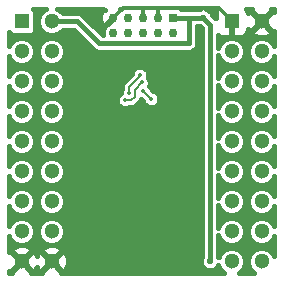
<source format=gbl>
G04 #@! TF.GenerationSoftware,KiCad,Pcbnew,5.0.1-33cea8e~68~ubuntu18.04.1*
G04 #@! TF.CreationDate,2018-11-21T22:32:26+01:00*
G04 #@! TF.ProjectId,LPC82X_JHI33_2layer,4C50433832585F4A484933335F326C61,rev?*
G04 #@! TF.SameCoordinates,Original*
G04 #@! TF.FileFunction,Copper,L2,Bot,Signal*
G04 #@! TF.FilePolarity,Positive*
%FSLAX46Y46*%
G04 Gerber Fmt 4.6, Leading zero omitted, Abs format (unit mm)*
G04 Created by KiCad (PCBNEW 5.0.1-33cea8e~68~ubuntu18.04.1) date wo 21 nov 2018 22:32:26 CET*
%MOMM*%
%LPD*%
G01*
G04 APERTURE LIST*
G04 #@! TA.AperFunction,ComponentPad*
%ADD10R,1.300000X1.300000*%
G04 #@! TD*
G04 #@! TA.AperFunction,ComponentPad*
%ADD11C,1.300000*%
G04 #@! TD*
G04 #@! TA.AperFunction,ComponentPad*
%ADD12R,0.750000X0.750000*%
G04 #@! TD*
G04 #@! TA.AperFunction,ComponentPad*
%ADD13C,0.750000*%
G04 #@! TD*
G04 #@! TA.AperFunction,ViaPad*
%ADD14C,0.550000*%
G04 #@! TD*
G04 #@! TA.AperFunction,ViaPad*
%ADD15C,0.355600*%
G04 #@! TD*
G04 #@! TA.AperFunction,ViaPad*
%ADD16C,0.750000*%
G04 #@! TD*
G04 #@! TA.AperFunction,Conductor*
%ADD17C,0.300000*%
G04 #@! TD*
G04 #@! TA.AperFunction,Conductor*
%ADD18C,0.400000*%
G04 #@! TD*
G04 #@! TA.AperFunction,Conductor*
%ADD19C,0.200000*%
G04 #@! TD*
G04 APERTURE END LIST*
D10*
G04 #@! TO.P,J1,1*
G04 #@! TO.N,VDD*
X78740000Y-96520000D03*
D11*
G04 #@! TO.P,J1,2*
X81280000Y-96520000D03*
G04 #@! TO.P,J1,3*
G04 #@! TO.N,/PIO0_28*
X78740000Y-99060000D03*
G04 #@! TO.P,J1,4*
G04 #@! TO.N,/PIO0_3*
X81280000Y-99060000D03*
G04 #@! TO.P,J1,5*
G04 #@! TO.N,/PIO0_2*
X78740000Y-101600000D03*
G04 #@! TO.P,J1,6*
G04 #@! TO.N,/PIO0_11*
X81280000Y-101600000D03*
G04 #@! TO.P,J1,7*
G04 #@! TO.N,/PIO0_10*
X78740000Y-104140000D03*
G04 #@! TO.P,J1,8*
G04 #@! TO.N,/PIO0_16*
X81280000Y-104140000D03*
G04 #@! TO.P,J1,9*
G04 #@! TO.N,/PIO0_27*
X78740000Y-106680000D03*
G04 #@! TO.P,J1,10*
G04 #@! TO.N,/PIO0_26*
X81280000Y-106680000D03*
G04 #@! TO.P,J1,11*
G04 #@! TO.N,/PIO0_25*
X78740000Y-109220000D03*
G04 #@! TO.P,J1,12*
G04 #@! TO.N,/PIO0_24*
X81280000Y-109220000D03*
G04 #@! TO.P,J1,13*
G04 #@! TO.N,/PIO0_15*
X78740000Y-111760000D03*
G04 #@! TO.P,J1,14*
G04 #@! TO.N,/PIO0_1*
X81280000Y-111760000D03*
G04 #@! TO.P,J1,15*
G04 #@! TO.N,/PIO0_9*
X78740000Y-114300000D03*
G04 #@! TO.P,J1,16*
G04 #@! TO.N,/PIO0_8*
X81280000Y-114300000D03*
G04 #@! TO.P,J1,17*
G04 #@! TO.N,VSS*
X78740000Y-116840000D03*
G04 #@! TO.P,J1,18*
X81280000Y-116840000D03*
G04 #@! TD*
G04 #@! TO.P,J2,18*
G04 #@! TO.N,VDD*
X99060000Y-116840000D03*
G04 #@! TO.P,J2,17*
X96520000Y-116840000D03*
G04 #@! TO.P,J2,16*
G04 #@! TO.N,/PIO0_7*
X99060000Y-114300000D03*
G04 #@! TO.P,J2,15*
G04 #@! TO.N,/PIO0_6*
X96520000Y-114300000D03*
G04 #@! TO.P,J2,14*
G04 #@! TO.N,/PIO0_0*
X99060000Y-111760000D03*
G04 #@! TO.P,J2,13*
G04 #@! TO.N,/PIO0_14*
X96520000Y-111760000D03*
G04 #@! TO.P,J2,12*
G04 #@! TO.N,/PIO0_23*
X99060000Y-109220000D03*
G04 #@! TO.P,J2,11*
G04 #@! TO.N,/PIO0_22*
X96520000Y-109220000D03*
G04 #@! TO.P,J2,10*
G04 #@! TO.N,/PIO0_21*
X99060000Y-106680000D03*
G04 #@! TO.P,J2,9*
G04 #@! TO.N,/PIO0_20*
X96520000Y-106680000D03*
G04 #@! TO.P,J2,8*
G04 #@! TO.N,/PIO0_19*
X99060000Y-104140000D03*
G04 #@! TO.P,J2,7*
G04 #@! TO.N,/PIO0_18*
X96520000Y-104140000D03*
G04 #@! TO.P,J2,6*
G04 #@! TO.N,/PIO0_17*
X99060000Y-101600000D03*
G04 #@! TO.P,J2,5*
G04 #@! TO.N,/PIO0_13*
X96520000Y-101600000D03*
G04 #@! TO.P,J2,4*
G04 #@! TO.N,/PIO0_12*
X99060000Y-99060000D03*
G04 #@! TO.P,J2,3*
G04 #@! TO.N,/PIO0_4*
X96520000Y-99060000D03*
G04 #@! TO.P,J2,2*
G04 #@! TO.N,VSS*
X99060000Y-96520000D03*
D10*
G04 #@! TO.P,J2,1*
X96520000Y-96520000D03*
G04 #@! TD*
D12*
G04 #@! TO.P,J3,1*
G04 #@! TO.N,VDD*
X91540000Y-96215000D03*
D13*
G04 #@! TO.P,J3,2*
G04 #@! TO.N,Net-(J3-Pad2)*
X91540000Y-97485000D03*
G04 #@! TO.P,J3,3*
G04 #@! TO.N,VSS*
X90270000Y-96215000D03*
G04 #@! TO.P,J3,4*
G04 #@! TO.N,Net-(J3-Pad4)*
X90270000Y-97485000D03*
G04 #@! TO.P,J3,5*
G04 #@! TO.N,VSS*
X89000000Y-96215000D03*
G04 #@! TO.P,J3,6*
G04 #@! TO.N,N/C*
X89000000Y-97485000D03*
G04 #@! TO.P,J3,7*
X87730000Y-96215000D03*
G04 #@! TO.P,J3,8*
X87730000Y-97485000D03*
G04 #@! TO.P,J3,9*
G04 #@! TO.N,VSS*
X86460000Y-96215000D03*
G04 #@! TO.P,J3,10*
G04 #@! TO.N,Net-(J3-Pad10)*
X86460000Y-97485000D03*
G04 #@! TD*
D14*
G04 #@! TO.N,VSS*
X83800000Y-98200000D03*
D15*
X90500000Y-99850000D03*
D16*
X88900000Y-106680000D03*
D14*
X89800000Y-116100000D03*
D15*
X84900000Y-112700000D03*
D14*
X93700000Y-100400000D03*
X84700000Y-96500000D03*
X88450000Y-110550000D03*
D15*
G04 #@! TO.N,VDD*
X85900000Y-98400000D03*
X92900000Y-98400000D03*
D14*
X94700000Y-116800000D03*
X94115000Y-96215000D03*
D15*
G04 #@! TO.N,/PIO0_3*
X87800000Y-102600000D03*
X88750000Y-101050000D03*
G04 #@! TO.N,/PIO0_2*
X87500000Y-103200000D03*
X88900000Y-101700000D03*
G04 #@! TO.N,/RESET*
X89700000Y-103100000D03*
X89000000Y-102400000D03*
G04 #@! TD*
D17*
G04 #@! TO.N,VSS*
X86460000Y-96215000D02*
X86460000Y-96090000D01*
X87275000Y-95400000D02*
X86460000Y-96215000D01*
X89000000Y-96215000D02*
X89000000Y-95400000D01*
X89000000Y-95400000D02*
X87275000Y-95400000D01*
X90270000Y-95420000D02*
X90250000Y-95400000D01*
X90270000Y-96215000D02*
X90270000Y-95420000D01*
X90250000Y-95400000D02*
X89000000Y-95400000D01*
X93620000Y-95420000D02*
X90270000Y-95420000D01*
X95420000Y-95420000D02*
X93620000Y-95420000D01*
X96520000Y-96520000D02*
X95420000Y-95420000D01*
D18*
G04 #@! TO.N,VDD*
X92900000Y-98400000D02*
X92900000Y-96850000D01*
X85300000Y-98400000D02*
X92900000Y-98400000D01*
X81280000Y-96520000D02*
X83420000Y-96520000D01*
X92265000Y-96215000D02*
X91540000Y-96215000D01*
X83420000Y-96520000D02*
X85300000Y-98400000D01*
X94700000Y-96800000D02*
X94700000Y-116800000D01*
X92900000Y-96850000D02*
X92900000Y-96215000D01*
X92265000Y-96215000D02*
X92900000Y-96215000D01*
X94700000Y-116800000D02*
X94700000Y-116800000D01*
X94115000Y-96215000D02*
X94700000Y-96800000D01*
X92900000Y-96215000D02*
X94115000Y-96215000D01*
D19*
G04 #@! TO.N,/PIO0_3*
X88750000Y-101150000D02*
X87800000Y-102100000D01*
X88750000Y-101050000D02*
X88750000Y-101150000D01*
X87800000Y-102100000D02*
X87800000Y-102600000D01*
G04 #@! TO.N,/PIO0_2*
X88900000Y-101700000D02*
X88300000Y-102300000D01*
X88300000Y-102900000D02*
X88000000Y-103200000D01*
X88300000Y-102300000D02*
X88300000Y-102900000D01*
X88000000Y-103200000D02*
X87500000Y-103200000D01*
G04 #@! TO.N,/RESET*
X89700000Y-103100000D02*
X89000000Y-102400000D01*
G04 #@! TD*
D18*
G04 #@! TO.N,VSS*
G36*
X80628577Y-95545077D02*
X80305077Y-95868577D01*
X80130000Y-96291251D01*
X80130000Y-96748749D01*
X80305077Y-97171423D01*
X80628577Y-97494923D01*
X81051251Y-97670000D01*
X81508749Y-97670000D01*
X81931423Y-97494923D01*
X82206346Y-97220000D01*
X83130052Y-97220000D01*
X84756279Y-98846229D01*
X84795329Y-98904671D01*
X84853771Y-98943721D01*
X84853772Y-98943722D01*
X84900001Y-98974611D01*
X85026874Y-99059385D01*
X85231060Y-99100000D01*
X85231064Y-99100000D01*
X85299999Y-99113712D01*
X85368934Y-99100000D01*
X92831060Y-99100000D01*
X92900000Y-99113713D01*
X92968940Y-99100000D01*
X93173126Y-99059385D01*
X93404671Y-98904671D01*
X93559385Y-98673126D01*
X93613713Y-98400000D01*
X93600000Y-98331060D01*
X93600000Y-96915000D01*
X93779778Y-96915000D01*
X93857065Y-96947014D01*
X94000000Y-97089949D01*
X94000001Y-116464775D01*
X93925000Y-116645843D01*
X93925000Y-116954157D01*
X94042987Y-117239002D01*
X94260998Y-117457013D01*
X94545843Y-117575000D01*
X94854157Y-117575000D01*
X95139002Y-117457013D01*
X95357013Y-117239002D01*
X95398767Y-117138199D01*
X95545077Y-117491423D01*
X95868577Y-117814923D01*
X95892905Y-117825000D01*
X82078512Y-117825000D01*
X82094868Y-117731235D01*
X81280000Y-116916368D01*
X80465132Y-117731235D01*
X80481488Y-117825000D01*
X79538512Y-117825000D01*
X79554868Y-117731235D01*
X78740000Y-116916368D01*
X77925132Y-117731235D01*
X77941488Y-117825000D01*
X77675000Y-117825000D01*
X77675000Y-117624557D01*
X77848765Y-117654868D01*
X78663632Y-116840000D01*
X78816368Y-116840000D01*
X79631235Y-117654868D01*
X79891057Y-117609545D01*
X80010011Y-117322575D01*
X80128543Y-117608946D01*
X80128943Y-117609545D01*
X80388765Y-117654868D01*
X81203632Y-116840000D01*
X81356368Y-116840000D01*
X82171235Y-117654868D01*
X82431057Y-117609545D01*
X82637930Y-117110476D01*
X82638071Y-116570230D01*
X82431457Y-116071054D01*
X82431057Y-116070455D01*
X82171235Y-116025132D01*
X81356368Y-116840000D01*
X81203632Y-116840000D01*
X80388765Y-116025132D01*
X80128943Y-116070455D01*
X80009989Y-116357425D01*
X79891457Y-116071054D01*
X79891057Y-116070455D01*
X79631235Y-116025132D01*
X78816368Y-116840000D01*
X78663632Y-116840000D01*
X77848765Y-116025132D01*
X77675000Y-116055443D01*
X77675000Y-115948765D01*
X77925132Y-115948765D01*
X78740000Y-116763632D01*
X79554868Y-115948765D01*
X80465132Y-115948765D01*
X81280000Y-116763632D01*
X82094868Y-115948765D01*
X82049545Y-115688943D01*
X81550476Y-115482070D01*
X81010230Y-115481929D01*
X80511054Y-115688543D01*
X80510455Y-115688943D01*
X80465132Y-115948765D01*
X79554868Y-115948765D01*
X79509545Y-115688943D01*
X79010476Y-115482070D01*
X78470230Y-115481929D01*
X77971054Y-115688543D01*
X77970455Y-115688943D01*
X77925132Y-115948765D01*
X77675000Y-115948765D01*
X77675000Y-114733958D01*
X77765077Y-114951423D01*
X78088577Y-115274923D01*
X78511251Y-115450000D01*
X78968749Y-115450000D01*
X79391423Y-115274923D01*
X79714923Y-114951423D01*
X79890000Y-114528749D01*
X79890000Y-114071251D01*
X80130000Y-114071251D01*
X80130000Y-114528749D01*
X80305077Y-114951423D01*
X80628577Y-115274923D01*
X81051251Y-115450000D01*
X81508749Y-115450000D01*
X81931423Y-115274923D01*
X82254923Y-114951423D01*
X82430000Y-114528749D01*
X82430000Y-114071251D01*
X82254923Y-113648577D01*
X81931423Y-113325077D01*
X81508749Y-113150000D01*
X81051251Y-113150000D01*
X80628577Y-113325077D01*
X80305077Y-113648577D01*
X80130000Y-114071251D01*
X79890000Y-114071251D01*
X79714923Y-113648577D01*
X79391423Y-113325077D01*
X78968749Y-113150000D01*
X78511251Y-113150000D01*
X78088577Y-113325077D01*
X77765077Y-113648577D01*
X77675000Y-113866042D01*
X77675000Y-112193958D01*
X77765077Y-112411423D01*
X78088577Y-112734923D01*
X78511251Y-112910000D01*
X78968749Y-112910000D01*
X79391423Y-112734923D01*
X79714923Y-112411423D01*
X79890000Y-111988749D01*
X79890000Y-111531251D01*
X80130000Y-111531251D01*
X80130000Y-111988749D01*
X80305077Y-112411423D01*
X80628577Y-112734923D01*
X81051251Y-112910000D01*
X81508749Y-112910000D01*
X81931423Y-112734923D01*
X82254923Y-112411423D01*
X82430000Y-111988749D01*
X82430000Y-111531251D01*
X82254923Y-111108577D01*
X81931423Y-110785077D01*
X81508749Y-110610000D01*
X81051251Y-110610000D01*
X80628577Y-110785077D01*
X80305077Y-111108577D01*
X80130000Y-111531251D01*
X79890000Y-111531251D01*
X79714923Y-111108577D01*
X79391423Y-110785077D01*
X78968749Y-110610000D01*
X78511251Y-110610000D01*
X78088577Y-110785077D01*
X77765077Y-111108577D01*
X77675000Y-111326042D01*
X77675000Y-109653958D01*
X77765077Y-109871423D01*
X78088577Y-110194923D01*
X78511251Y-110370000D01*
X78968749Y-110370000D01*
X79391423Y-110194923D01*
X79714923Y-109871423D01*
X79890000Y-109448749D01*
X79890000Y-108991251D01*
X80130000Y-108991251D01*
X80130000Y-109448749D01*
X80305077Y-109871423D01*
X80628577Y-110194923D01*
X81051251Y-110370000D01*
X81508749Y-110370000D01*
X81931423Y-110194923D01*
X82254923Y-109871423D01*
X82430000Y-109448749D01*
X82430000Y-108991251D01*
X82254923Y-108568577D01*
X81931423Y-108245077D01*
X81508749Y-108070000D01*
X81051251Y-108070000D01*
X80628577Y-108245077D01*
X80305077Y-108568577D01*
X80130000Y-108991251D01*
X79890000Y-108991251D01*
X79714923Y-108568577D01*
X79391423Y-108245077D01*
X78968749Y-108070000D01*
X78511251Y-108070000D01*
X78088577Y-108245077D01*
X77765077Y-108568577D01*
X77675000Y-108786042D01*
X77675000Y-107113958D01*
X77765077Y-107331423D01*
X78088577Y-107654923D01*
X78511251Y-107830000D01*
X78968749Y-107830000D01*
X79391423Y-107654923D01*
X79714923Y-107331423D01*
X79890000Y-106908749D01*
X79890000Y-106451251D01*
X80130000Y-106451251D01*
X80130000Y-106908749D01*
X80305077Y-107331423D01*
X80628577Y-107654923D01*
X81051251Y-107830000D01*
X81508749Y-107830000D01*
X81931423Y-107654923D01*
X82254923Y-107331423D01*
X82430000Y-106908749D01*
X82430000Y-106451251D01*
X82254923Y-106028577D01*
X81931423Y-105705077D01*
X81508749Y-105530000D01*
X81051251Y-105530000D01*
X80628577Y-105705077D01*
X80305077Y-106028577D01*
X80130000Y-106451251D01*
X79890000Y-106451251D01*
X79714923Y-106028577D01*
X79391423Y-105705077D01*
X78968749Y-105530000D01*
X78511251Y-105530000D01*
X78088577Y-105705077D01*
X77765077Y-106028577D01*
X77675000Y-106246042D01*
X77675000Y-104573958D01*
X77765077Y-104791423D01*
X78088577Y-105114923D01*
X78511251Y-105290000D01*
X78968749Y-105290000D01*
X79391423Y-105114923D01*
X79714923Y-104791423D01*
X79890000Y-104368749D01*
X79890000Y-103911251D01*
X80130000Y-103911251D01*
X80130000Y-104368749D01*
X80305077Y-104791423D01*
X80628577Y-105114923D01*
X81051251Y-105290000D01*
X81508749Y-105290000D01*
X81931423Y-105114923D01*
X82254923Y-104791423D01*
X82430000Y-104368749D01*
X82430000Y-103911251D01*
X82254923Y-103488577D01*
X81931423Y-103165077D01*
X81690243Y-103065177D01*
X86822200Y-103065177D01*
X86822200Y-103334823D01*
X86925389Y-103583943D01*
X87116057Y-103774611D01*
X87365177Y-103877800D01*
X87634823Y-103877800D01*
X87822649Y-103800000D01*
X87940914Y-103800000D01*
X88000000Y-103811753D01*
X88059086Y-103800000D01*
X88059091Y-103800000D01*
X88234108Y-103765187D01*
X88432575Y-103632575D01*
X88466049Y-103582478D01*
X88682478Y-103366049D01*
X88732575Y-103332575D01*
X88865187Y-103134108D01*
X88868571Y-103117098D01*
X89047588Y-103296116D01*
X89125389Y-103483943D01*
X89316057Y-103674611D01*
X89565177Y-103777800D01*
X89834823Y-103777800D01*
X90083943Y-103674611D01*
X90274611Y-103483943D01*
X90377800Y-103234823D01*
X90377800Y-102965177D01*
X90274611Y-102716057D01*
X90083943Y-102525389D01*
X89896116Y-102447588D01*
X89652412Y-102203884D01*
X89574611Y-102016057D01*
X89523784Y-101965230D01*
X89577800Y-101834823D01*
X89577800Y-101565177D01*
X89474611Y-101316057D01*
X89403073Y-101244519D01*
X89427800Y-101184823D01*
X89427800Y-100915177D01*
X89324611Y-100666057D01*
X89133943Y-100475389D01*
X88884823Y-100372200D01*
X88615177Y-100372200D01*
X88366057Y-100475389D01*
X88175389Y-100666057D01*
X88072200Y-100915177D01*
X88072200Y-100979272D01*
X87417521Y-101633951D01*
X87367425Y-101667425D01*
X87234813Y-101865893D01*
X87200000Y-102040910D01*
X87200000Y-102040914D01*
X87188247Y-102100000D01*
X87200000Y-102159086D01*
X87200000Y-102277351D01*
X87122200Y-102465177D01*
X87122200Y-102622844D01*
X87116057Y-102625389D01*
X86925389Y-102816057D01*
X86822200Y-103065177D01*
X81690243Y-103065177D01*
X81508749Y-102990000D01*
X81051251Y-102990000D01*
X80628577Y-103165077D01*
X80305077Y-103488577D01*
X80130000Y-103911251D01*
X79890000Y-103911251D01*
X79714923Y-103488577D01*
X79391423Y-103165077D01*
X78968749Y-102990000D01*
X78511251Y-102990000D01*
X78088577Y-103165077D01*
X77765077Y-103488577D01*
X77675000Y-103706042D01*
X77675000Y-102033958D01*
X77765077Y-102251423D01*
X78088577Y-102574923D01*
X78511251Y-102750000D01*
X78968749Y-102750000D01*
X79391423Y-102574923D01*
X79714923Y-102251423D01*
X79890000Y-101828749D01*
X79890000Y-101371251D01*
X80130000Y-101371251D01*
X80130000Y-101828749D01*
X80305077Y-102251423D01*
X80628577Y-102574923D01*
X81051251Y-102750000D01*
X81508749Y-102750000D01*
X81931423Y-102574923D01*
X82254923Y-102251423D01*
X82430000Y-101828749D01*
X82430000Y-101371251D01*
X82254923Y-100948577D01*
X81931423Y-100625077D01*
X81508749Y-100450000D01*
X81051251Y-100450000D01*
X80628577Y-100625077D01*
X80305077Y-100948577D01*
X80130000Y-101371251D01*
X79890000Y-101371251D01*
X79714923Y-100948577D01*
X79391423Y-100625077D01*
X78968749Y-100450000D01*
X78511251Y-100450000D01*
X78088577Y-100625077D01*
X77765077Y-100948577D01*
X77675000Y-101166042D01*
X77675000Y-99493958D01*
X77765077Y-99711423D01*
X78088577Y-100034923D01*
X78511251Y-100210000D01*
X78968749Y-100210000D01*
X79391423Y-100034923D01*
X79714923Y-99711423D01*
X79890000Y-99288749D01*
X79890000Y-98831251D01*
X80130000Y-98831251D01*
X80130000Y-99288749D01*
X80305077Y-99711423D01*
X80628577Y-100034923D01*
X81051251Y-100210000D01*
X81508749Y-100210000D01*
X81931423Y-100034923D01*
X82254923Y-99711423D01*
X82430000Y-99288749D01*
X82430000Y-98831251D01*
X82254923Y-98408577D01*
X81931423Y-98085077D01*
X81508749Y-97910000D01*
X81051251Y-97910000D01*
X80628577Y-98085077D01*
X80305077Y-98408577D01*
X80130000Y-98831251D01*
X79890000Y-98831251D01*
X79714923Y-98408577D01*
X79391423Y-98085077D01*
X78968749Y-97910000D01*
X78511251Y-97910000D01*
X78088577Y-98085077D01*
X77765077Y-98408577D01*
X77675000Y-98626042D01*
X77675000Y-97448884D01*
X77729520Y-97530480D01*
X77894910Y-97640989D01*
X78090000Y-97679795D01*
X79390000Y-97679795D01*
X79585090Y-97640989D01*
X79750480Y-97530480D01*
X79860989Y-97365090D01*
X79899795Y-97170000D01*
X79899795Y-95870000D01*
X79860989Y-95674910D01*
X79750480Y-95509520D01*
X79698817Y-95475000D01*
X80797758Y-95475000D01*
X80628577Y-95545077D01*
X80628577Y-95545077D01*
G37*
X80628577Y-95545077D02*
X80305077Y-95868577D01*
X80130000Y-96291251D01*
X80130000Y-96748749D01*
X80305077Y-97171423D01*
X80628577Y-97494923D01*
X81051251Y-97670000D01*
X81508749Y-97670000D01*
X81931423Y-97494923D01*
X82206346Y-97220000D01*
X83130052Y-97220000D01*
X84756279Y-98846229D01*
X84795329Y-98904671D01*
X84853771Y-98943721D01*
X84853772Y-98943722D01*
X84900001Y-98974611D01*
X85026874Y-99059385D01*
X85231060Y-99100000D01*
X85231064Y-99100000D01*
X85299999Y-99113712D01*
X85368934Y-99100000D01*
X92831060Y-99100000D01*
X92900000Y-99113713D01*
X92968940Y-99100000D01*
X93173126Y-99059385D01*
X93404671Y-98904671D01*
X93559385Y-98673126D01*
X93613713Y-98400000D01*
X93600000Y-98331060D01*
X93600000Y-96915000D01*
X93779778Y-96915000D01*
X93857065Y-96947014D01*
X94000000Y-97089949D01*
X94000001Y-116464775D01*
X93925000Y-116645843D01*
X93925000Y-116954157D01*
X94042987Y-117239002D01*
X94260998Y-117457013D01*
X94545843Y-117575000D01*
X94854157Y-117575000D01*
X95139002Y-117457013D01*
X95357013Y-117239002D01*
X95398767Y-117138199D01*
X95545077Y-117491423D01*
X95868577Y-117814923D01*
X95892905Y-117825000D01*
X82078512Y-117825000D01*
X82094868Y-117731235D01*
X81280000Y-116916368D01*
X80465132Y-117731235D01*
X80481488Y-117825000D01*
X79538512Y-117825000D01*
X79554868Y-117731235D01*
X78740000Y-116916368D01*
X77925132Y-117731235D01*
X77941488Y-117825000D01*
X77675000Y-117825000D01*
X77675000Y-117624557D01*
X77848765Y-117654868D01*
X78663632Y-116840000D01*
X78816368Y-116840000D01*
X79631235Y-117654868D01*
X79891057Y-117609545D01*
X80010011Y-117322575D01*
X80128543Y-117608946D01*
X80128943Y-117609545D01*
X80388765Y-117654868D01*
X81203632Y-116840000D01*
X81356368Y-116840000D01*
X82171235Y-117654868D01*
X82431057Y-117609545D01*
X82637930Y-117110476D01*
X82638071Y-116570230D01*
X82431457Y-116071054D01*
X82431057Y-116070455D01*
X82171235Y-116025132D01*
X81356368Y-116840000D01*
X81203632Y-116840000D01*
X80388765Y-116025132D01*
X80128943Y-116070455D01*
X80009989Y-116357425D01*
X79891457Y-116071054D01*
X79891057Y-116070455D01*
X79631235Y-116025132D01*
X78816368Y-116840000D01*
X78663632Y-116840000D01*
X77848765Y-116025132D01*
X77675000Y-116055443D01*
X77675000Y-115948765D01*
X77925132Y-115948765D01*
X78740000Y-116763632D01*
X79554868Y-115948765D01*
X80465132Y-115948765D01*
X81280000Y-116763632D01*
X82094868Y-115948765D01*
X82049545Y-115688943D01*
X81550476Y-115482070D01*
X81010230Y-115481929D01*
X80511054Y-115688543D01*
X80510455Y-115688943D01*
X80465132Y-115948765D01*
X79554868Y-115948765D01*
X79509545Y-115688943D01*
X79010476Y-115482070D01*
X78470230Y-115481929D01*
X77971054Y-115688543D01*
X77970455Y-115688943D01*
X77925132Y-115948765D01*
X77675000Y-115948765D01*
X77675000Y-114733958D01*
X77765077Y-114951423D01*
X78088577Y-115274923D01*
X78511251Y-115450000D01*
X78968749Y-115450000D01*
X79391423Y-115274923D01*
X79714923Y-114951423D01*
X79890000Y-114528749D01*
X79890000Y-114071251D01*
X80130000Y-114071251D01*
X80130000Y-114528749D01*
X80305077Y-114951423D01*
X80628577Y-115274923D01*
X81051251Y-115450000D01*
X81508749Y-115450000D01*
X81931423Y-115274923D01*
X82254923Y-114951423D01*
X82430000Y-114528749D01*
X82430000Y-114071251D01*
X82254923Y-113648577D01*
X81931423Y-113325077D01*
X81508749Y-113150000D01*
X81051251Y-113150000D01*
X80628577Y-113325077D01*
X80305077Y-113648577D01*
X80130000Y-114071251D01*
X79890000Y-114071251D01*
X79714923Y-113648577D01*
X79391423Y-113325077D01*
X78968749Y-113150000D01*
X78511251Y-113150000D01*
X78088577Y-113325077D01*
X77765077Y-113648577D01*
X77675000Y-113866042D01*
X77675000Y-112193958D01*
X77765077Y-112411423D01*
X78088577Y-112734923D01*
X78511251Y-112910000D01*
X78968749Y-112910000D01*
X79391423Y-112734923D01*
X79714923Y-112411423D01*
X79890000Y-111988749D01*
X79890000Y-111531251D01*
X80130000Y-111531251D01*
X80130000Y-111988749D01*
X80305077Y-112411423D01*
X80628577Y-112734923D01*
X81051251Y-112910000D01*
X81508749Y-112910000D01*
X81931423Y-112734923D01*
X82254923Y-112411423D01*
X82430000Y-111988749D01*
X82430000Y-111531251D01*
X82254923Y-111108577D01*
X81931423Y-110785077D01*
X81508749Y-110610000D01*
X81051251Y-110610000D01*
X80628577Y-110785077D01*
X80305077Y-111108577D01*
X80130000Y-111531251D01*
X79890000Y-111531251D01*
X79714923Y-111108577D01*
X79391423Y-110785077D01*
X78968749Y-110610000D01*
X78511251Y-110610000D01*
X78088577Y-110785077D01*
X77765077Y-111108577D01*
X77675000Y-111326042D01*
X77675000Y-109653958D01*
X77765077Y-109871423D01*
X78088577Y-110194923D01*
X78511251Y-110370000D01*
X78968749Y-110370000D01*
X79391423Y-110194923D01*
X79714923Y-109871423D01*
X79890000Y-109448749D01*
X79890000Y-108991251D01*
X80130000Y-108991251D01*
X80130000Y-109448749D01*
X80305077Y-109871423D01*
X80628577Y-110194923D01*
X81051251Y-110370000D01*
X81508749Y-110370000D01*
X81931423Y-110194923D01*
X82254923Y-109871423D01*
X82430000Y-109448749D01*
X82430000Y-108991251D01*
X82254923Y-108568577D01*
X81931423Y-108245077D01*
X81508749Y-108070000D01*
X81051251Y-108070000D01*
X80628577Y-108245077D01*
X80305077Y-108568577D01*
X80130000Y-108991251D01*
X79890000Y-108991251D01*
X79714923Y-108568577D01*
X79391423Y-108245077D01*
X78968749Y-108070000D01*
X78511251Y-108070000D01*
X78088577Y-108245077D01*
X77765077Y-108568577D01*
X77675000Y-108786042D01*
X77675000Y-107113958D01*
X77765077Y-107331423D01*
X78088577Y-107654923D01*
X78511251Y-107830000D01*
X78968749Y-107830000D01*
X79391423Y-107654923D01*
X79714923Y-107331423D01*
X79890000Y-106908749D01*
X79890000Y-106451251D01*
X80130000Y-106451251D01*
X80130000Y-106908749D01*
X80305077Y-107331423D01*
X80628577Y-107654923D01*
X81051251Y-107830000D01*
X81508749Y-107830000D01*
X81931423Y-107654923D01*
X82254923Y-107331423D01*
X82430000Y-106908749D01*
X82430000Y-106451251D01*
X82254923Y-106028577D01*
X81931423Y-105705077D01*
X81508749Y-105530000D01*
X81051251Y-105530000D01*
X80628577Y-105705077D01*
X80305077Y-106028577D01*
X80130000Y-106451251D01*
X79890000Y-106451251D01*
X79714923Y-106028577D01*
X79391423Y-105705077D01*
X78968749Y-105530000D01*
X78511251Y-105530000D01*
X78088577Y-105705077D01*
X77765077Y-106028577D01*
X77675000Y-106246042D01*
X77675000Y-104573958D01*
X77765077Y-104791423D01*
X78088577Y-105114923D01*
X78511251Y-105290000D01*
X78968749Y-105290000D01*
X79391423Y-105114923D01*
X79714923Y-104791423D01*
X79890000Y-104368749D01*
X79890000Y-103911251D01*
X80130000Y-103911251D01*
X80130000Y-104368749D01*
X80305077Y-104791423D01*
X80628577Y-105114923D01*
X81051251Y-105290000D01*
X81508749Y-105290000D01*
X81931423Y-105114923D01*
X82254923Y-104791423D01*
X82430000Y-104368749D01*
X82430000Y-103911251D01*
X82254923Y-103488577D01*
X81931423Y-103165077D01*
X81690243Y-103065177D01*
X86822200Y-103065177D01*
X86822200Y-103334823D01*
X86925389Y-103583943D01*
X87116057Y-103774611D01*
X87365177Y-103877800D01*
X87634823Y-103877800D01*
X87822649Y-103800000D01*
X87940914Y-103800000D01*
X88000000Y-103811753D01*
X88059086Y-103800000D01*
X88059091Y-103800000D01*
X88234108Y-103765187D01*
X88432575Y-103632575D01*
X88466049Y-103582478D01*
X88682478Y-103366049D01*
X88732575Y-103332575D01*
X88865187Y-103134108D01*
X88868571Y-103117098D01*
X89047588Y-103296116D01*
X89125389Y-103483943D01*
X89316057Y-103674611D01*
X89565177Y-103777800D01*
X89834823Y-103777800D01*
X90083943Y-103674611D01*
X90274611Y-103483943D01*
X90377800Y-103234823D01*
X90377800Y-102965177D01*
X90274611Y-102716057D01*
X90083943Y-102525389D01*
X89896116Y-102447588D01*
X89652412Y-102203884D01*
X89574611Y-102016057D01*
X89523784Y-101965230D01*
X89577800Y-101834823D01*
X89577800Y-101565177D01*
X89474611Y-101316057D01*
X89403073Y-101244519D01*
X89427800Y-101184823D01*
X89427800Y-100915177D01*
X89324611Y-100666057D01*
X89133943Y-100475389D01*
X88884823Y-100372200D01*
X88615177Y-100372200D01*
X88366057Y-100475389D01*
X88175389Y-100666057D01*
X88072200Y-100915177D01*
X88072200Y-100979272D01*
X87417521Y-101633951D01*
X87367425Y-101667425D01*
X87234813Y-101865893D01*
X87200000Y-102040910D01*
X87200000Y-102040914D01*
X87188247Y-102100000D01*
X87200000Y-102159086D01*
X87200000Y-102277351D01*
X87122200Y-102465177D01*
X87122200Y-102622844D01*
X87116057Y-102625389D01*
X86925389Y-102816057D01*
X86822200Y-103065177D01*
X81690243Y-103065177D01*
X81508749Y-102990000D01*
X81051251Y-102990000D01*
X80628577Y-103165077D01*
X80305077Y-103488577D01*
X80130000Y-103911251D01*
X79890000Y-103911251D01*
X79714923Y-103488577D01*
X79391423Y-103165077D01*
X78968749Y-102990000D01*
X78511251Y-102990000D01*
X78088577Y-103165077D01*
X77765077Y-103488577D01*
X77675000Y-103706042D01*
X77675000Y-102033958D01*
X77765077Y-102251423D01*
X78088577Y-102574923D01*
X78511251Y-102750000D01*
X78968749Y-102750000D01*
X79391423Y-102574923D01*
X79714923Y-102251423D01*
X79890000Y-101828749D01*
X79890000Y-101371251D01*
X80130000Y-101371251D01*
X80130000Y-101828749D01*
X80305077Y-102251423D01*
X80628577Y-102574923D01*
X81051251Y-102750000D01*
X81508749Y-102750000D01*
X81931423Y-102574923D01*
X82254923Y-102251423D01*
X82430000Y-101828749D01*
X82430000Y-101371251D01*
X82254923Y-100948577D01*
X81931423Y-100625077D01*
X81508749Y-100450000D01*
X81051251Y-100450000D01*
X80628577Y-100625077D01*
X80305077Y-100948577D01*
X80130000Y-101371251D01*
X79890000Y-101371251D01*
X79714923Y-100948577D01*
X79391423Y-100625077D01*
X78968749Y-100450000D01*
X78511251Y-100450000D01*
X78088577Y-100625077D01*
X77765077Y-100948577D01*
X77675000Y-101166042D01*
X77675000Y-99493958D01*
X77765077Y-99711423D01*
X78088577Y-100034923D01*
X78511251Y-100210000D01*
X78968749Y-100210000D01*
X79391423Y-100034923D01*
X79714923Y-99711423D01*
X79890000Y-99288749D01*
X79890000Y-98831251D01*
X80130000Y-98831251D01*
X80130000Y-99288749D01*
X80305077Y-99711423D01*
X80628577Y-100034923D01*
X81051251Y-100210000D01*
X81508749Y-100210000D01*
X81931423Y-100034923D01*
X82254923Y-99711423D01*
X82430000Y-99288749D01*
X82430000Y-98831251D01*
X82254923Y-98408577D01*
X81931423Y-98085077D01*
X81508749Y-97910000D01*
X81051251Y-97910000D01*
X80628577Y-98085077D01*
X80305077Y-98408577D01*
X80130000Y-98831251D01*
X79890000Y-98831251D01*
X79714923Y-98408577D01*
X79391423Y-98085077D01*
X78968749Y-97910000D01*
X78511251Y-97910000D01*
X78088577Y-98085077D01*
X77765077Y-98408577D01*
X77675000Y-98626042D01*
X77675000Y-97448884D01*
X77729520Y-97530480D01*
X77894910Y-97640989D01*
X78090000Y-97679795D01*
X79390000Y-97679795D01*
X79585090Y-97640989D01*
X79750480Y-97530480D01*
X79860989Y-97365090D01*
X79899795Y-97170000D01*
X79899795Y-95870000D01*
X79860989Y-95674910D01*
X79750480Y-95509520D01*
X79698817Y-95475000D01*
X80797758Y-95475000D01*
X80628577Y-95545077D01*
G36*
X98245132Y-95628765D02*
X99060000Y-96443632D01*
X99874868Y-95628765D01*
X99848045Y-95475000D01*
X100125000Y-95475000D01*
X100125000Y-95735443D01*
X99951235Y-95705132D01*
X99136368Y-96520000D01*
X99951235Y-97334868D01*
X100125000Y-97304557D01*
X100125000Y-98626042D01*
X100034923Y-98408577D01*
X99711423Y-98085077D01*
X99288749Y-97910000D01*
X98831251Y-97910000D01*
X98408577Y-98085077D01*
X98085077Y-98408577D01*
X97910000Y-98831251D01*
X97910000Y-99288749D01*
X98085077Y-99711423D01*
X98408577Y-100034923D01*
X98831251Y-100210000D01*
X99288749Y-100210000D01*
X99711423Y-100034923D01*
X100034923Y-99711423D01*
X100125000Y-99493958D01*
X100125000Y-101166042D01*
X100034923Y-100948577D01*
X99711423Y-100625077D01*
X99288749Y-100450000D01*
X98831251Y-100450000D01*
X98408577Y-100625077D01*
X98085077Y-100948577D01*
X97910000Y-101371251D01*
X97910000Y-101828749D01*
X98085077Y-102251423D01*
X98408577Y-102574923D01*
X98831251Y-102750000D01*
X99288749Y-102750000D01*
X99711423Y-102574923D01*
X100034923Y-102251423D01*
X100125000Y-102033958D01*
X100125000Y-103706042D01*
X100034923Y-103488577D01*
X99711423Y-103165077D01*
X99288749Y-102990000D01*
X98831251Y-102990000D01*
X98408577Y-103165077D01*
X98085077Y-103488577D01*
X97910000Y-103911251D01*
X97910000Y-104368749D01*
X98085077Y-104791423D01*
X98408577Y-105114923D01*
X98831251Y-105290000D01*
X99288749Y-105290000D01*
X99711423Y-105114923D01*
X100034923Y-104791423D01*
X100125000Y-104573958D01*
X100125000Y-106246044D01*
X100034923Y-106028577D01*
X99711423Y-105705077D01*
X99288749Y-105530000D01*
X98831251Y-105530000D01*
X98408577Y-105705077D01*
X98085077Y-106028577D01*
X97910000Y-106451251D01*
X97910000Y-106908749D01*
X98085077Y-107331423D01*
X98408577Y-107654923D01*
X98831251Y-107830000D01*
X99288749Y-107830000D01*
X99711423Y-107654923D01*
X100034923Y-107331423D01*
X100125001Y-107113956D01*
X100125001Y-108786044D01*
X100034923Y-108568577D01*
X99711423Y-108245077D01*
X99288749Y-108070000D01*
X98831251Y-108070000D01*
X98408577Y-108245077D01*
X98085077Y-108568577D01*
X97910000Y-108991251D01*
X97910000Y-109448749D01*
X98085077Y-109871423D01*
X98408577Y-110194923D01*
X98831251Y-110370000D01*
X99288749Y-110370000D01*
X99711423Y-110194923D01*
X100034923Y-109871423D01*
X100125001Y-109653956D01*
X100125001Y-111326044D01*
X100034923Y-111108577D01*
X99711423Y-110785077D01*
X99288749Y-110610000D01*
X98831251Y-110610000D01*
X98408577Y-110785077D01*
X98085077Y-111108577D01*
X97910000Y-111531251D01*
X97910000Y-111988749D01*
X98085077Y-112411423D01*
X98408577Y-112734923D01*
X98831251Y-112910000D01*
X99288749Y-112910000D01*
X99711423Y-112734923D01*
X100034923Y-112411423D01*
X100125001Y-112193956D01*
X100125001Y-113866044D01*
X100034923Y-113648577D01*
X99711423Y-113325077D01*
X99288749Y-113150000D01*
X98831251Y-113150000D01*
X98408577Y-113325077D01*
X98085077Y-113648577D01*
X97910000Y-114071251D01*
X97910000Y-114528749D01*
X98085077Y-114951423D01*
X98408577Y-115274923D01*
X98831251Y-115450000D01*
X99288749Y-115450000D01*
X99711423Y-115274923D01*
X100034923Y-114951423D01*
X100125001Y-114733955D01*
X100125001Y-116406045D01*
X100034923Y-116188577D01*
X99711423Y-115865077D01*
X99288749Y-115690000D01*
X98831251Y-115690000D01*
X98408577Y-115865077D01*
X98085077Y-116188577D01*
X97910000Y-116611251D01*
X97910000Y-117068749D01*
X98085077Y-117491423D01*
X98408577Y-117814923D01*
X98432905Y-117825000D01*
X97147095Y-117825000D01*
X97171423Y-117814923D01*
X97494923Y-117491423D01*
X97670000Y-117068749D01*
X97670000Y-116611251D01*
X97494923Y-116188577D01*
X97171423Y-115865077D01*
X96748749Y-115690000D01*
X96291251Y-115690000D01*
X95868577Y-115865077D01*
X95545077Y-116188577D01*
X95415336Y-116501801D01*
X95400000Y-116464778D01*
X95400000Y-114601176D01*
X95545077Y-114951423D01*
X95868577Y-115274923D01*
X96291251Y-115450000D01*
X96748749Y-115450000D01*
X97171423Y-115274923D01*
X97494923Y-114951423D01*
X97670000Y-114528749D01*
X97670000Y-114071251D01*
X97494923Y-113648577D01*
X97171423Y-113325077D01*
X96748749Y-113150000D01*
X96291251Y-113150000D01*
X95868577Y-113325077D01*
X95545077Y-113648577D01*
X95400000Y-113998824D01*
X95400000Y-112061176D01*
X95545077Y-112411423D01*
X95868577Y-112734923D01*
X96291251Y-112910000D01*
X96748749Y-112910000D01*
X97171423Y-112734923D01*
X97494923Y-112411423D01*
X97670000Y-111988749D01*
X97670000Y-111531251D01*
X97494923Y-111108577D01*
X97171423Y-110785077D01*
X96748749Y-110610000D01*
X96291251Y-110610000D01*
X95868577Y-110785077D01*
X95545077Y-111108577D01*
X95400000Y-111458824D01*
X95400000Y-109521176D01*
X95545077Y-109871423D01*
X95868577Y-110194923D01*
X96291251Y-110370000D01*
X96748749Y-110370000D01*
X97171423Y-110194923D01*
X97494923Y-109871423D01*
X97670000Y-109448749D01*
X97670000Y-108991251D01*
X97494923Y-108568577D01*
X97171423Y-108245077D01*
X96748749Y-108070000D01*
X96291251Y-108070000D01*
X95868577Y-108245077D01*
X95545077Y-108568577D01*
X95400000Y-108918824D01*
X95400000Y-106981176D01*
X95545077Y-107331423D01*
X95868577Y-107654923D01*
X96291251Y-107830000D01*
X96748749Y-107830000D01*
X97171423Y-107654923D01*
X97494923Y-107331423D01*
X97670000Y-106908749D01*
X97670000Y-106451251D01*
X97494923Y-106028577D01*
X97171423Y-105705077D01*
X96748749Y-105530000D01*
X96291251Y-105530000D01*
X95868577Y-105705077D01*
X95545077Y-106028577D01*
X95400000Y-106378824D01*
X95400000Y-104441176D01*
X95545077Y-104791423D01*
X95868577Y-105114923D01*
X96291251Y-105290000D01*
X96748749Y-105290000D01*
X97171423Y-105114923D01*
X97494923Y-104791423D01*
X97670000Y-104368749D01*
X97670000Y-103911251D01*
X97494923Y-103488577D01*
X97171423Y-103165077D01*
X96748749Y-102990000D01*
X96291251Y-102990000D01*
X95868577Y-103165077D01*
X95545077Y-103488577D01*
X95400000Y-103838824D01*
X95400000Y-101901176D01*
X95545077Y-102251423D01*
X95868577Y-102574923D01*
X96291251Y-102750000D01*
X96748749Y-102750000D01*
X97171423Y-102574923D01*
X97494923Y-102251423D01*
X97670000Y-101828749D01*
X97670000Y-101371251D01*
X97494923Y-100948577D01*
X97171423Y-100625077D01*
X96748749Y-100450000D01*
X96291251Y-100450000D01*
X95868577Y-100625077D01*
X95545077Y-100948577D01*
X95400000Y-101298824D01*
X95400000Y-99361176D01*
X95545077Y-99711423D01*
X95868577Y-100034923D01*
X96291251Y-100210000D01*
X96748749Y-100210000D01*
X97171423Y-100034923D01*
X97494923Y-99711423D01*
X97670000Y-99288749D01*
X97670000Y-98831251D01*
X97494923Y-98408577D01*
X97171423Y-98085077D01*
X96748749Y-97910000D01*
X96291251Y-97910000D01*
X95868577Y-98085077D01*
X95545077Y-98408577D01*
X95400000Y-98758824D01*
X95400000Y-97701263D01*
X95468950Y-97770213D01*
X95729170Y-97878000D01*
X96289000Y-97878000D01*
X96466000Y-97701000D01*
X96466000Y-96574000D01*
X96446000Y-96574000D01*
X96446000Y-96466000D01*
X96466000Y-96466000D01*
X96466000Y-96446000D01*
X96574000Y-96446000D01*
X96574000Y-96466000D01*
X96594000Y-96466000D01*
X96594000Y-96574000D01*
X96574000Y-96574000D01*
X96574000Y-97701000D01*
X96751000Y-97878000D01*
X97310830Y-97878000D01*
X97571050Y-97770213D01*
X97770213Y-97571050D01*
X97836410Y-97411235D01*
X98245132Y-97411235D01*
X98290455Y-97671057D01*
X98789524Y-97877930D01*
X99329770Y-97878071D01*
X99828946Y-97671457D01*
X99829545Y-97671057D01*
X99874868Y-97411235D01*
X99060000Y-96596368D01*
X98245132Y-97411235D01*
X97836410Y-97411235D01*
X97878000Y-97310830D01*
X97878000Y-97215155D01*
X97908543Y-97288946D01*
X97908943Y-97289545D01*
X98168765Y-97334868D01*
X98983632Y-96520000D01*
X98168765Y-95705132D01*
X97908943Y-95750455D01*
X97878000Y-95825103D01*
X97878000Y-95729170D01*
X97772719Y-95475000D01*
X98271955Y-95475000D01*
X98245132Y-95628765D01*
X98245132Y-95628765D01*
G37*
X98245132Y-95628765D02*
X99060000Y-96443632D01*
X99874868Y-95628765D01*
X99848045Y-95475000D01*
X100125000Y-95475000D01*
X100125000Y-95735443D01*
X99951235Y-95705132D01*
X99136368Y-96520000D01*
X99951235Y-97334868D01*
X100125000Y-97304557D01*
X100125000Y-98626042D01*
X100034923Y-98408577D01*
X99711423Y-98085077D01*
X99288749Y-97910000D01*
X98831251Y-97910000D01*
X98408577Y-98085077D01*
X98085077Y-98408577D01*
X97910000Y-98831251D01*
X97910000Y-99288749D01*
X98085077Y-99711423D01*
X98408577Y-100034923D01*
X98831251Y-100210000D01*
X99288749Y-100210000D01*
X99711423Y-100034923D01*
X100034923Y-99711423D01*
X100125000Y-99493958D01*
X100125000Y-101166042D01*
X100034923Y-100948577D01*
X99711423Y-100625077D01*
X99288749Y-100450000D01*
X98831251Y-100450000D01*
X98408577Y-100625077D01*
X98085077Y-100948577D01*
X97910000Y-101371251D01*
X97910000Y-101828749D01*
X98085077Y-102251423D01*
X98408577Y-102574923D01*
X98831251Y-102750000D01*
X99288749Y-102750000D01*
X99711423Y-102574923D01*
X100034923Y-102251423D01*
X100125000Y-102033958D01*
X100125000Y-103706042D01*
X100034923Y-103488577D01*
X99711423Y-103165077D01*
X99288749Y-102990000D01*
X98831251Y-102990000D01*
X98408577Y-103165077D01*
X98085077Y-103488577D01*
X97910000Y-103911251D01*
X97910000Y-104368749D01*
X98085077Y-104791423D01*
X98408577Y-105114923D01*
X98831251Y-105290000D01*
X99288749Y-105290000D01*
X99711423Y-105114923D01*
X100034923Y-104791423D01*
X100125000Y-104573958D01*
X100125000Y-106246044D01*
X100034923Y-106028577D01*
X99711423Y-105705077D01*
X99288749Y-105530000D01*
X98831251Y-105530000D01*
X98408577Y-105705077D01*
X98085077Y-106028577D01*
X97910000Y-106451251D01*
X97910000Y-106908749D01*
X98085077Y-107331423D01*
X98408577Y-107654923D01*
X98831251Y-107830000D01*
X99288749Y-107830000D01*
X99711423Y-107654923D01*
X100034923Y-107331423D01*
X100125001Y-107113956D01*
X100125001Y-108786044D01*
X100034923Y-108568577D01*
X99711423Y-108245077D01*
X99288749Y-108070000D01*
X98831251Y-108070000D01*
X98408577Y-108245077D01*
X98085077Y-108568577D01*
X97910000Y-108991251D01*
X97910000Y-109448749D01*
X98085077Y-109871423D01*
X98408577Y-110194923D01*
X98831251Y-110370000D01*
X99288749Y-110370000D01*
X99711423Y-110194923D01*
X100034923Y-109871423D01*
X100125001Y-109653956D01*
X100125001Y-111326044D01*
X100034923Y-111108577D01*
X99711423Y-110785077D01*
X99288749Y-110610000D01*
X98831251Y-110610000D01*
X98408577Y-110785077D01*
X98085077Y-111108577D01*
X97910000Y-111531251D01*
X97910000Y-111988749D01*
X98085077Y-112411423D01*
X98408577Y-112734923D01*
X98831251Y-112910000D01*
X99288749Y-112910000D01*
X99711423Y-112734923D01*
X100034923Y-112411423D01*
X100125001Y-112193956D01*
X100125001Y-113866044D01*
X100034923Y-113648577D01*
X99711423Y-113325077D01*
X99288749Y-113150000D01*
X98831251Y-113150000D01*
X98408577Y-113325077D01*
X98085077Y-113648577D01*
X97910000Y-114071251D01*
X97910000Y-114528749D01*
X98085077Y-114951423D01*
X98408577Y-115274923D01*
X98831251Y-115450000D01*
X99288749Y-115450000D01*
X99711423Y-115274923D01*
X100034923Y-114951423D01*
X100125001Y-114733955D01*
X100125001Y-116406045D01*
X100034923Y-116188577D01*
X99711423Y-115865077D01*
X99288749Y-115690000D01*
X98831251Y-115690000D01*
X98408577Y-115865077D01*
X98085077Y-116188577D01*
X97910000Y-116611251D01*
X97910000Y-117068749D01*
X98085077Y-117491423D01*
X98408577Y-117814923D01*
X98432905Y-117825000D01*
X97147095Y-117825000D01*
X97171423Y-117814923D01*
X97494923Y-117491423D01*
X97670000Y-117068749D01*
X97670000Y-116611251D01*
X97494923Y-116188577D01*
X97171423Y-115865077D01*
X96748749Y-115690000D01*
X96291251Y-115690000D01*
X95868577Y-115865077D01*
X95545077Y-116188577D01*
X95415336Y-116501801D01*
X95400000Y-116464778D01*
X95400000Y-114601176D01*
X95545077Y-114951423D01*
X95868577Y-115274923D01*
X96291251Y-115450000D01*
X96748749Y-115450000D01*
X97171423Y-115274923D01*
X97494923Y-114951423D01*
X97670000Y-114528749D01*
X97670000Y-114071251D01*
X97494923Y-113648577D01*
X97171423Y-113325077D01*
X96748749Y-113150000D01*
X96291251Y-113150000D01*
X95868577Y-113325077D01*
X95545077Y-113648577D01*
X95400000Y-113998824D01*
X95400000Y-112061176D01*
X95545077Y-112411423D01*
X95868577Y-112734923D01*
X96291251Y-112910000D01*
X96748749Y-112910000D01*
X97171423Y-112734923D01*
X97494923Y-112411423D01*
X97670000Y-111988749D01*
X97670000Y-111531251D01*
X97494923Y-111108577D01*
X97171423Y-110785077D01*
X96748749Y-110610000D01*
X96291251Y-110610000D01*
X95868577Y-110785077D01*
X95545077Y-111108577D01*
X95400000Y-111458824D01*
X95400000Y-109521176D01*
X95545077Y-109871423D01*
X95868577Y-110194923D01*
X96291251Y-110370000D01*
X96748749Y-110370000D01*
X97171423Y-110194923D01*
X97494923Y-109871423D01*
X97670000Y-109448749D01*
X97670000Y-108991251D01*
X97494923Y-108568577D01*
X97171423Y-108245077D01*
X96748749Y-108070000D01*
X96291251Y-108070000D01*
X95868577Y-108245077D01*
X95545077Y-108568577D01*
X95400000Y-108918824D01*
X95400000Y-106981176D01*
X95545077Y-107331423D01*
X95868577Y-107654923D01*
X96291251Y-107830000D01*
X96748749Y-107830000D01*
X97171423Y-107654923D01*
X97494923Y-107331423D01*
X97670000Y-106908749D01*
X97670000Y-106451251D01*
X97494923Y-106028577D01*
X97171423Y-105705077D01*
X96748749Y-105530000D01*
X96291251Y-105530000D01*
X95868577Y-105705077D01*
X95545077Y-106028577D01*
X95400000Y-106378824D01*
X95400000Y-104441176D01*
X95545077Y-104791423D01*
X95868577Y-105114923D01*
X96291251Y-105290000D01*
X96748749Y-105290000D01*
X97171423Y-105114923D01*
X97494923Y-104791423D01*
X97670000Y-104368749D01*
X97670000Y-103911251D01*
X97494923Y-103488577D01*
X97171423Y-103165077D01*
X96748749Y-102990000D01*
X96291251Y-102990000D01*
X95868577Y-103165077D01*
X95545077Y-103488577D01*
X95400000Y-103838824D01*
X95400000Y-101901176D01*
X95545077Y-102251423D01*
X95868577Y-102574923D01*
X96291251Y-102750000D01*
X96748749Y-102750000D01*
X97171423Y-102574923D01*
X97494923Y-102251423D01*
X97670000Y-101828749D01*
X97670000Y-101371251D01*
X97494923Y-100948577D01*
X97171423Y-100625077D01*
X96748749Y-100450000D01*
X96291251Y-100450000D01*
X95868577Y-100625077D01*
X95545077Y-100948577D01*
X95400000Y-101298824D01*
X95400000Y-99361176D01*
X95545077Y-99711423D01*
X95868577Y-100034923D01*
X96291251Y-100210000D01*
X96748749Y-100210000D01*
X97171423Y-100034923D01*
X97494923Y-99711423D01*
X97670000Y-99288749D01*
X97670000Y-98831251D01*
X97494923Y-98408577D01*
X97171423Y-98085077D01*
X96748749Y-97910000D01*
X96291251Y-97910000D01*
X95868577Y-98085077D01*
X95545077Y-98408577D01*
X95400000Y-98758824D01*
X95400000Y-97701263D01*
X95468950Y-97770213D01*
X95729170Y-97878000D01*
X96289000Y-97878000D01*
X96466000Y-97701000D01*
X96466000Y-96574000D01*
X96446000Y-96574000D01*
X96446000Y-96466000D01*
X96466000Y-96466000D01*
X96466000Y-96446000D01*
X96574000Y-96446000D01*
X96574000Y-96466000D01*
X96594000Y-96466000D01*
X96594000Y-96574000D01*
X96574000Y-96574000D01*
X96574000Y-97701000D01*
X96751000Y-97878000D01*
X97310830Y-97878000D01*
X97571050Y-97770213D01*
X97770213Y-97571050D01*
X97836410Y-97411235D01*
X98245132Y-97411235D01*
X98290455Y-97671057D01*
X98789524Y-97877930D01*
X99329770Y-97878071D01*
X99828946Y-97671457D01*
X99829545Y-97671057D01*
X99874868Y-97411235D01*
X99060000Y-96596368D01*
X98245132Y-97411235D01*
X97836410Y-97411235D01*
X97878000Y-97310830D01*
X97878000Y-97215155D01*
X97908543Y-97288946D01*
X97908943Y-97289545D01*
X98168765Y-97334868D01*
X98983632Y-96520000D01*
X98168765Y-95705132D01*
X97908943Y-95750455D01*
X97878000Y-95825103D01*
X97878000Y-95729170D01*
X97772719Y-95475000D01*
X98271955Y-95475000D01*
X98245132Y-95628765D01*
G36*
X85643786Y-95475156D02*
X85767285Y-95598655D01*
X85535998Y-95610421D01*
X85374972Y-96010042D01*
X85379130Y-96440866D01*
X85535998Y-96819579D01*
X85767288Y-96831345D01*
X86383632Y-96215000D01*
X86369490Y-96200858D01*
X86445858Y-96124490D01*
X86460000Y-96138632D01*
X86474142Y-96124490D01*
X86550510Y-96200858D01*
X86536368Y-96215000D01*
X86550510Y-96229142D01*
X86474142Y-96305510D01*
X86460000Y-96291368D01*
X86039131Y-96712237D01*
X85964352Y-96743211D01*
X85718211Y-96989352D01*
X85585000Y-97310952D01*
X85585000Y-97659048D01*
X85601963Y-97700000D01*
X85589950Y-97700000D01*
X83963724Y-96073776D01*
X83924671Y-96015329D01*
X83693126Y-95860615D01*
X83488940Y-95820000D01*
X83488935Y-95820000D01*
X83420000Y-95806288D01*
X83351065Y-95820000D01*
X82206346Y-95820000D01*
X81931423Y-95545077D01*
X81762242Y-95475000D01*
X85643942Y-95475000D01*
X85643786Y-95475156D01*
X85643786Y-95475156D01*
G37*
X85643786Y-95475156D02*
X85767285Y-95598655D01*
X85535998Y-95610421D01*
X85374972Y-96010042D01*
X85379130Y-96440866D01*
X85535998Y-96819579D01*
X85767288Y-96831345D01*
X86383632Y-96215000D01*
X86369490Y-96200858D01*
X86445858Y-96124490D01*
X86460000Y-96138632D01*
X86474142Y-96124490D01*
X86550510Y-96200858D01*
X86536368Y-96215000D01*
X86550510Y-96229142D01*
X86474142Y-96305510D01*
X86460000Y-96291368D01*
X86039131Y-96712237D01*
X85964352Y-96743211D01*
X85718211Y-96989352D01*
X85585000Y-97310952D01*
X85585000Y-97659048D01*
X85601963Y-97700000D01*
X85589950Y-97700000D01*
X83963724Y-96073776D01*
X83924671Y-96015329D01*
X83693126Y-95860615D01*
X83488940Y-95820000D01*
X83488935Y-95820000D01*
X83420000Y-95806288D01*
X83351065Y-95820000D01*
X82206346Y-95820000D01*
X81931423Y-95545077D01*
X81762242Y-95475000D01*
X85643942Y-95475000D01*
X85643786Y-95475156D01*
G36*
X89090510Y-96200858D02*
X89076368Y-96215000D01*
X89090510Y-96229142D01*
X89014142Y-96305510D01*
X89000000Y-96291368D01*
X88985858Y-96305510D01*
X88909490Y-96229142D01*
X88923632Y-96215000D01*
X88909490Y-96200858D01*
X88985858Y-96124490D01*
X89000000Y-96138632D01*
X89014142Y-96124490D01*
X89090510Y-96200858D01*
X89090510Y-96200858D01*
G37*
X89090510Y-96200858D02*
X89076368Y-96215000D01*
X89090510Y-96229142D01*
X89014142Y-96305510D01*
X89000000Y-96291368D01*
X88985858Y-96305510D01*
X88909490Y-96229142D01*
X88923632Y-96215000D01*
X88909490Y-96200858D01*
X88985858Y-96124490D01*
X89000000Y-96138632D01*
X89014142Y-96124490D01*
X89090510Y-96200858D01*
G36*
X90360510Y-96200858D02*
X90346368Y-96215000D01*
X90360510Y-96229142D01*
X90284142Y-96305510D01*
X90270000Y-96291368D01*
X90255858Y-96305510D01*
X90179490Y-96229142D01*
X90193632Y-96215000D01*
X90179490Y-96200858D01*
X90255858Y-96124490D01*
X90270000Y-96138632D01*
X90284142Y-96124490D01*
X90360510Y-96200858D01*
X90360510Y-96200858D01*
G37*
X90360510Y-96200858D02*
X90346368Y-96215000D01*
X90360510Y-96229142D01*
X90284142Y-96305510D01*
X90270000Y-96291368D01*
X90255858Y-96305510D01*
X90179490Y-96229142D01*
X90193632Y-96215000D01*
X90179490Y-96200858D01*
X90255858Y-96124490D01*
X90270000Y-96138632D01*
X90284142Y-96124490D01*
X90360510Y-96200858D01*
G36*
X95162000Y-95729170D02*
X95162000Y-96266818D01*
X95146228Y-96256279D01*
X94847014Y-95957065D01*
X94772013Y-95775998D01*
X94554002Y-95557987D01*
X94353654Y-95475000D01*
X95267281Y-95475000D01*
X95162000Y-95729170D01*
X95162000Y-95729170D01*
G37*
X95162000Y-95729170D02*
X95162000Y-96266818D01*
X95146228Y-96256279D01*
X94847014Y-95957065D01*
X94772013Y-95775998D01*
X94554002Y-95557987D01*
X94353654Y-95475000D01*
X95267281Y-95475000D01*
X95162000Y-95729170D01*
G36*
X87076345Y-95522285D02*
X87073939Y-95475000D01*
X87123630Y-95475000D01*
X87076345Y-95522285D01*
X87076345Y-95522285D01*
G37*
X87076345Y-95522285D02*
X87073939Y-95475000D01*
X87123630Y-95475000D01*
X87076345Y-95522285D01*
G36*
X93779778Y-95515000D02*
X92968940Y-95515000D01*
X92900000Y-95501287D01*
X92831060Y-95515000D01*
X92299187Y-95515000D01*
X92275480Y-95479520D01*
X92268715Y-95475000D01*
X93876346Y-95475000D01*
X93779778Y-95515000D01*
X93779778Y-95515000D01*
G37*
X93779778Y-95515000D02*
X92968940Y-95515000D01*
X92900000Y-95501287D01*
X92831060Y-95515000D01*
X92299187Y-95515000D01*
X92275480Y-95479520D01*
X92268715Y-95475000D01*
X93876346Y-95475000D01*
X93779778Y-95515000D01*
G04 #@! TD*
M02*

</source>
